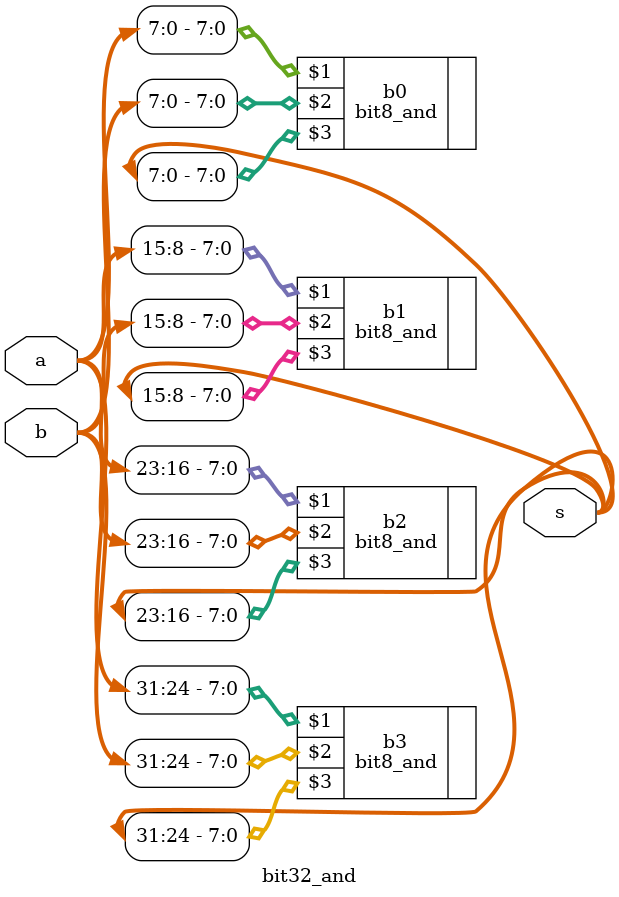
<source format=v>
`timescale 1ns / 1ps


module bit32_and(input wire [31:0] a,input wire [31:0] b,output wire [31:0] s);
bit8_and b0(a[7:0],b[7:0],s[7:0]);
bit8_and b1(a[15:8],b[15:8],s[15:8]);
bit8_and b2(a[23:16],b[23:16],s[23:16]);
bit8_and b3(a[31:24],b[31:24],s[31:24]);

endmodule

</source>
